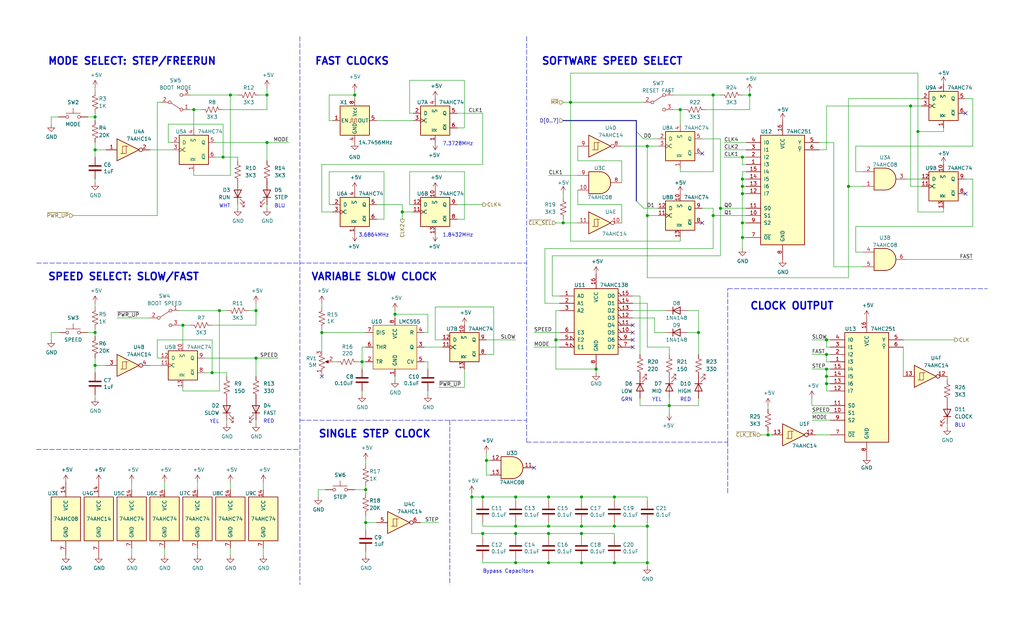
<source format=kicad_sch>
(kicad_sch (version 20211123) (generator eeschema)
  (paper "USLegal")
  (title_block (title "Manual and software selectable clock") (date "2022-10-15") (rev "1.5") (company "Frédéric Segard, aka : Micro Hobbyist") (comment 4 "Special thanks to Adrien Kohlbecker and Paul Fellingham for their clock inspiration."))
  (junction (at 179.07 195.58))
  (junction (at 193.04 118.11))
  (junction (at 33.02 52.07))
  (junction (at 190.5 182.88))
  (junction (at 201.93 185.42))
  (junction (at 247.65 74.93))
  (junction (at 266.7 151.13))
  (junction (at 287.02 118.11))
  (junction (at 111.76 115.57))
  (junction (at 207.01 128.27))
  (junction (at 257.81 64.77))
  (junction (at 195.58 77.47))
  (junction (at 213.36 182.88))
  (junction (at 167.64 172.72))
  (junction (at 163.83 172.72))
  (junction (at 190.5 195.58))
  (junction (at 318.77 45.72))
  (junction (at 179.07 182.88))
  (junction (at 92.71 33.02))
  (junction (at 77.47 54.61))
  (junction (at 92.71 49.53))
  (junction (at 257.81 77.47))
  (junction (at 167.64 185.42))
  (junction (at 137.16 109.22))
  (junction (at 123.19 33.02))
  (junction (at 257.81 67.31))
  (junction (at 294.64 64.77))
  (junction (at 287.02 130.81))
  (junction (at 190.5 172.72))
  (junction (at 287.02 123.19))
  (junction (at 127 170.18))
  (junction (at 287.02 128.27))
  (junction (at 179.07 185.42))
  (junction (at 260.35 33.02))
  (junction (at 88.9 124.46))
  (junction (at 287.02 133.35))
  (junction (at 198.12 35.56))
  (junction (at 316.23 36.83))
  (junction (at 168.91 160.02))
  (junction (at 88.9 107.95))
  (junction (at 257.81 82.55))
  (junction (at 201.93 195.58))
  (junction (at 190.5 185.42))
  (junction (at 33.02 115.57))
  (junction (at 201.93 182.88))
  (junction (at 125.73 125.73))
  (junction (at 224.79 50.8))
  (junction (at 224.79 182.88))
  (junction (at 257.81 54.61))
  (junction (at 242.57 115.57))
  (junction (at 257.81 62.23))
  (junction (at 247.65 33.02))
  (junction (at 236.22 38.1))
  (junction (at 73.66 129.54))
  (junction (at 67.31 38.1))
  (junction (at 224.79 195.58))
  (junction (at 33.02 127))
  (junction (at 179.07 172.72))
  (junction (at 250.19 72.39))
  (junction (at 232.41 140.97))
  (junction (at 127 181.61))
  (junction (at 80.01 33.02))
  (junction (at 76.2 107.95))
  (junction (at 63.5 113.03))
  (junction (at 213.36 195.58))
  (junction (at 201.93 172.72))
  (junction (at 33.02 40.64))
  (junction (at 139.7 73.66))
  (junction (at 213.36 172.72))
  (junction (at 224.79 74.93))
  (no_connect (at 219.71 118.11))
  (no_connect (at 219.71 113.03))
  (no_connect (at 219.71 115.57))
  (no_connect (at 219.71 120.65))
  (no_connect (at 335.28 39.37))
  (no_connect (at 335.28 67.31))
  (no_connect (at 185.42 162.56))
  (no_connect (at 111.76 130.81))
  (no_connect (at 243.84 77.47))
  (no_connect (at 243.84 53.34))
  (bus_entry (at 220.98 69.85) (size 2.54 2.54))
  (bus_entry (at 220.98 45.72) (size 2.54 2.54))
  (wire (pts (xy 33.02 114.3) (xy 33.02 115.57)))
  (wire (pts (xy 111.76 114.3) (xy 111.76 115.57)))
  (wire (pts (xy 130.81 76.2) (xy 133.35 76.2)))
  (wire (pts (xy 170.18 165.1) (xy 168.91 165.1)))
  (wire (pts (xy 335.28 34.29) (xy 337.82 34.29)))
  (wire (pts (xy 68.58 190.5) (xy 68.58 193.04)))
  (wire (pts (xy 215.9 71.12) (xy 200.66 71.12)))
  (wire (pts (xy 33.02 39.37) (xy 33.02 40.64)))
  (wire (pts (xy 213.36 181.61) (xy 213.36 182.88)))
  (wire (pts (xy 215.9 55.88) (xy 200.66 55.88)))
  (wire (pts (xy 58.42 49.53) (xy 59.69 49.53)))
  (wire (pts (xy 190.5 185.42) (xy 179.07 185.42)))
  (wire (pts (xy 130.81 41.91) (xy 143.51 41.91)))
  (wire (pts (xy 33.02 129.54) (xy 33.02 127)))
  (wire (pts (xy 313.69 130.81) (xy 313.69 120.65)))
  (wire (pts (xy 219.71 107.95) (xy 231.14 107.95)))
  (wire (pts (xy 168.91 157.48) (xy 168.91 160.02)))
  (wire (pts (xy 111.76 105.41) (xy 111.76 106.68)))
  (wire (pts (xy 123.19 33.02) (xy 114.3 33.02)))
  (wire (pts (xy 242.57 138.43) (xy 242.57 140.97)))
  (wire (pts (xy 222.25 138.43) (xy 222.25 140.97)))
  (wire (pts (xy 152.4 134.62) (xy 161.29 134.62)))
  (wire (pts (xy 76.2 135.89) (xy 63.5 135.89)))
  (wire (pts (xy 92.71 38.1) (xy 92.71 33.02)))
  (wire (pts (xy 52.07 52.07) (xy 59.69 52.07)))
  (wire (pts (xy 114.3 33.02) (xy 114.3 41.91)))
  (wire (pts (xy 158.75 71.12) (xy 167.64 71.12)))
  (wire (pts (xy 287.02 133.35) (xy 288.29 133.35)))
  (wire (pts (xy 137.16 109.22) (xy 137.16 107.95)))
  (wire (pts (xy 139.7 73.66) (xy 143.51 73.66)))
  (wire (pts (xy 80.01 167.64) (xy 80.01 170.18)))
  (wire (pts (xy 168.91 118.11) (xy 179.07 118.11)))
  (wire (pts (xy 111.76 73.66) (xy 111.76 57.15)))
  (wire (pts (xy 148.59 115.57) (xy 147.32 115.57)))
  (wire (pts (xy 251.46 52.07) (xy 259.08 52.07)))
  (wire (pts (xy 289.56 49.53) (xy 289.56 92.71)))
  (wire (pts (xy 224.79 74.93) (xy 228.6 74.93)))
  (wire (pts (xy 251.46 54.61) (xy 257.81 54.61)))
  (wire (pts (xy 190.5 181.61) (xy 190.5 182.88)))
  (wire (pts (xy 142.24 71.12) (xy 143.51 71.12)))
  (wire (pts (xy 171.45 123.19) (xy 171.45 106.68)))
  (wire (pts (xy 57.15 167.64) (xy 57.15 170.18)))
  (wire (pts (xy 236.22 38.1) (xy 236.22 43.18)))
  (wire (pts (xy 54.61 124.46) (xy 55.88 124.46)))
  (wire (pts (xy 161.29 44.45) (xy 161.29 27.94)))
  (wire (pts (xy 201.93 195.58) (xy 213.36 195.58)))
  (wire (pts (xy 243.84 48.26) (xy 250.19 48.26)))
  (wire (pts (xy 152.4 181.61) (xy 146.05 181.61)))
  (wire (pts (xy 92.71 49.53) (xy 92.71 55.88)))
  (wire (pts (xy 82.55 71.12) (xy 82.55 72.39)))
  (wire (pts (xy 161.29 59.69) (xy 142.24 59.69)))
  (wire (pts (xy 222.25 140.97) (xy 232.41 140.97)))
  (wire (pts (xy 283.21 151.13) (xy 288.29 151.13)))
  (wire (pts (xy 127 170.18) (xy 127 171.45)))
  (wire (pts (xy 257.81 67.31) (xy 257.81 77.47)))
  (wire (pts (xy 179.07 194.31) (xy 179.07 195.58)))
  (wire (pts (xy 142.24 59.69) (xy 142.24 71.12)))
  (polyline (pts (xy 252.73 153.67) (xy 252.73 171.45)))
  (wire (pts (xy 167.64 39.37) (xy 167.64 57.15)))
  (wire (pts (xy 207.01 129.54) (xy 207.01 128.27)))
  (wire (pts (xy 281.94 146.05) (xy 288.29 146.05)))
  (wire (pts (xy 30.48 115.57) (xy 33.02 115.57)))
  (wire (pts (xy 92.71 49.53) (xy 100.33 49.53)))
  (wire (pts (xy 158.75 76.2) (xy 161.29 76.2)))
  (wire (pts (xy 194.31 107.95) (xy 193.04 107.95)))
  (wire (pts (xy 167.64 185.42) (xy 167.64 186.69)))
  (wire (pts (xy 88.9 105.41) (xy 88.9 107.95)))
  (wire (pts (xy 260.35 38.1) (xy 260.35 33.02)))
  (wire (pts (xy 54.61 35.56) (xy 54.61 74.93)))
  (wire (pts (xy 63.5 113.03) (xy 66.04 113.03)))
  (wire (pts (xy 257.81 54.61) (xy 259.08 54.61)))
  (wire (pts (xy 247.65 74.93) (xy 259.08 74.93)))
  (wire (pts (xy 179.07 181.61) (xy 179.07 182.88)))
  (wire (pts (xy 288.29 125.73) (xy 287.02 125.73)))
  (wire (pts (xy 213.36 185.42) (xy 201.93 185.42)))
  (wire (pts (xy 114.3 59.69) (xy 114.3 71.12)))
  (wire (pts (xy 191.77 88.9) (xy 191.77 102.87)))
  (wire (pts (xy 223.52 48.26) (xy 228.6 48.26)))
  (wire (pts (xy 190.5 195.58) (xy 201.93 195.58)))
  (wire (pts (xy 287.02 130.81) (xy 287.02 128.27)))
  (wire (pts (xy 66.04 33.02) (xy 80.01 33.02)))
  (wire (pts (xy 148.59 137.16) (xy 148.59 135.89)))
  (wire (pts (xy 287.02 123.19) (xy 288.29 123.19)))
  (bus (pts (xy 220.98 45.72) (xy 220.98 41.91)))
  (wire (pts (xy 257.81 82.55) (xy 259.08 82.55)))
  (wire (pts (xy 33.02 54.61) (xy 33.02 52.07)))
  (wire (pts (xy 77.47 38.1) (xy 92.71 38.1)))
  (wire (pts (xy 123.19 33.02) (xy 123.19 34.29)))
  (wire (pts (xy 245.11 38.1) (xy 260.35 38.1)))
  (wire (pts (xy 224.79 195.58) (xy 224.79 196.85)))
  (wire (pts (xy 80.01 33.02) (xy 82.55 33.02)))
  (wire (pts (xy 193.04 118.11) (xy 193.04 128.27)))
  (wire (pts (xy 54.61 35.56) (xy 55.88 35.56)))
  (wire (pts (xy 288.29 140.97) (xy 281.94 140.97)))
  (wire (pts (xy 327.66 72.39) (xy 327.66 73.66)))
  (wire (pts (xy 287.02 118.11) (xy 288.29 118.11)))
  (wire (pts (xy 167.64 185.42) (xy 163.83 185.42)))
  (wire (pts (xy 125.73 125.73) (xy 125.73 120.65)))
  (wire (pts (xy 113.03 170.18) (xy 110.49 170.18)))
  (wire (pts (xy 63.5 113.03) (xy 62.23 113.03)))
  (wire (pts (xy 167.64 182.88) (xy 179.07 182.88)))
  (wire (pts (xy 266.7 142.24) (xy 266.7 140.97)))
  (polyline (pts (xy 182.88 12.7) (xy 182.88 153.67)))
  (wire (pts (xy 337.82 78.74) (xy 297.18 78.74)))
  (wire (pts (xy 151.13 118.11) (xy 153.67 118.11)))
  (wire (pts (xy 328.93 130.81) (xy 328.93 132.08)))
  (wire (pts (xy 287.02 133.35) (xy 287.02 130.81)))
  (wire (pts (xy 33.02 49.53) (xy 33.02 52.07)))
  (wire (pts (xy 74.93 49.53) (xy 92.71 49.53)))
  (wire (pts (xy 33.02 62.23) (xy 33.02 63.5)))
  (wire (pts (xy 294.64 64.77) (xy 294.64 96.52)))
  (wire (pts (xy 238.76 107.95) (xy 242.57 107.95)))
  (wire (pts (xy 224.79 74.93) (xy 224.79 96.52)))
  (wire (pts (xy 260.35 31.75) (xy 260.35 33.02)))
  (wire (pts (xy 127 191.77) (xy 127 193.04)))
  (wire (pts (xy 227.33 115.57) (xy 231.14 115.57)))
  (wire (pts (xy 185.42 120.65) (xy 194.31 120.65)))
  (wire (pts (xy 294.64 34.29) (xy 320.04 34.29)))
  (wire (pts (xy 139.7 73.66) (xy 139.7 76.2)))
  (wire (pts (xy 320.04 64.77) (xy 316.23 64.77)))
  (wire (pts (xy 257.81 62.23) (xy 259.08 62.23)))
  (wire (pts (xy 194.31 118.11) (xy 193.04 118.11)))
  (wire (pts (xy 190.5 172.72) (xy 179.07 172.72)))
  (wire (pts (xy 137.16 109.22) (xy 148.59 109.22)))
  (polyline (pts (xy 252.73 153.67) (xy 252.73 100.33)))
  (wire (pts (xy 247.65 59.69) (xy 247.65 33.02)))
  (wire (pts (xy 76.2 107.95) (xy 78.74 107.95)))
  (wire (pts (xy 294.64 64.77) (xy 299.72 64.77)))
  (wire (pts (xy 201.93 173.99) (xy 201.93 172.72)))
  (wire (pts (xy 243.84 72.39) (xy 247.65 72.39)))
  (wire (pts (xy 148.59 125.73) (xy 148.59 128.27)))
  (wire (pts (xy 33.02 40.64) (xy 33.02 41.91)))
  (wire (pts (xy 313.69 118.11) (xy 331.47 118.11)))
  (wire (pts (xy 80.01 60.96) (xy 67.31 60.96)))
  (wire (pts (xy 147.32 125.73) (xy 148.59 125.73)))
  (wire (pts (xy 257.81 64.77) (xy 257.81 67.31)))
  (wire (pts (xy 247.65 74.93) (xy 247.65 86.36)))
  (wire (pts (xy 250.19 72.39) (xy 250.19 88.9)))
  (wire (pts (xy 33.02 115.57) (xy 33.02 116.84)))
  (wire (pts (xy 123.19 170.18) (xy 127 170.18)))
  (wire (pts (xy 111.76 115.57) (xy 111.76 121.92)))
  (wire (pts (xy 73.66 118.11) (xy 54.61 118.11)))
  (wire (pts (xy 161.29 128.27) (xy 161.29 134.62)))
  (polyline (pts (xy 12.7 91.44) (xy 182.88 91.44)))
  (wire (pts (xy 111.76 73.66) (xy 115.57 73.66)))
  (wire (pts (xy 247.65 33.02) (xy 250.19 33.02)))
  (wire (pts (xy 88.9 124.46) (xy 96.52 124.46)))
  (wire (pts (xy 92.71 30.48) (xy 92.71 33.02)))
  (wire (pts (xy 168.91 123.19) (xy 171.45 123.19)))
  (wire (pts (xy 227.33 110.49) (xy 227.33 115.57)))
  (wire (pts (xy 88.9 113.03) (xy 88.9 107.95)))
  (wire (pts (xy 78.74 129.54) (xy 73.66 129.54)))
  (wire (pts (xy 63.5 135.89) (xy 63.5 134.62)))
  (wire (pts (xy 195.58 76.2) (xy 195.58 77.47)))
  (wire (pts (xy 163.83 172.72) (xy 167.64 172.72)))
  (wire (pts (xy 139.7 71.12) (xy 139.7 73.66)))
  (wire (pts (xy 158.75 39.37) (xy 167.64 39.37)))
  (wire (pts (xy 219.71 110.49) (xy 227.33 110.49)))
  (wire (pts (xy 215.9 63.5) (xy 215.9 55.88)))
  (wire (pts (xy 213.36 195.58) (xy 224.79 195.58)))
  (wire (pts (xy 68.58 167.64) (xy 68.58 170.18)))
  (wire (pts (xy 281.94 143.51) (xy 288.29 143.51)))
  (wire (pts (xy 242.57 115.57) (xy 242.57 123.19)))
  (wire (pts (xy 337.82 62.23) (xy 337.82 78.74)))
  (wire (pts (xy 224.79 195.58) (xy 224.79 182.88)))
  (wire (pts (xy 133.35 59.69) (xy 114.3 59.69)))
  (wire (pts (xy 213.36 172.72) (xy 201.93 172.72)))
  (wire (pts (xy 232.41 123.19) (xy 232.41 120.65)))
  (wire (pts (xy 294.64 34.29) (xy 294.64 64.77)))
  (wire (pts (xy 137.16 110.49) (xy 137.16 109.22)))
  (wire (pts (xy 257.81 54.61) (xy 257.81 57.15)))
  (wire (pts (xy 195.58 35.56) (xy 198.12 35.56)))
  (wire (pts (xy 259.08 57.15) (xy 257.81 57.15)))
  (wire (pts (xy 257.81 77.47) (xy 259.08 77.47)))
  (wire (pts (xy 289.56 92.71) (xy 299.72 92.71)))
  (wire (pts (xy 77.47 43.18) (xy 58.42 43.18)))
  (wire (pts (xy 62.23 107.95) (xy 76.2 107.95)))
  (wire (pts (xy 91.44 167.64) (xy 91.44 170.18)))
  (wire (pts (xy 190.5 60.96) (xy 200.66 60.96)))
  (wire (pts (xy 168.91 165.1) (xy 168.91 160.02)))
  (wire (pts (xy 52.07 127) (xy 55.88 127)))
  (wire (pts (xy 232.41 140.97) (xy 232.41 143.51)))
  (wire (pts (xy 127 168.91) (xy 127 170.18)))
  (wire (pts (xy 179.07 185.42) (xy 167.64 185.42)))
  (wire (pts (xy 284.48 49.53) (xy 289.56 49.53)))
  (wire (pts (xy 222.25 123.19) (xy 222.25 102.87)))
  (wire (pts (xy 67.31 60.96) (xy 67.31 59.69)))
  (wire (pts (xy 114.3 71.12) (xy 115.57 71.12)))
  (wire (pts (xy 185.42 115.57) (xy 194.31 115.57)))
  (wire (pts (xy 88.9 147.32) (xy 88.9 146.05)))
  (wire (pts (xy 201.93 194.31) (xy 201.93 195.58)))
  (wire (pts (xy 316.23 36.83) (xy 320.04 36.83)))
  (wire (pts (xy 161.29 27.94) (xy 142.24 27.94)))
  (wire (pts (xy 215.9 50.8) (xy 224.79 50.8)))
  (wire (pts (xy 198.12 35.56) (xy 198.12 83.82)))
  (wire (pts (xy 222.25 102.87) (xy 219.71 102.87)))
  (wire (pts (xy 224.79 120.65) (xy 224.79 105.41)))
  (wire (pts (xy 201.93 185.42) (xy 190.5 185.42)))
  (wire (pts (xy 82.55 55.88) (xy 82.55 54.61)))
  (wire (pts (xy 73.66 113.03) (xy 88.9 113.03)))
  (wire (pts (xy 232.41 120.65) (xy 224.79 120.65)))
  (wire (pts (xy 200.66 55.88) (xy 200.66 50.8)))
  (wire (pts (xy 224.79 50.8) (xy 224.79 74.93)))
  (wire (pts (xy 236.22 58.42) (xy 236.22 59.69)))
  (wire (pts (xy 111.76 115.57) (xy 127 115.57)))
  (wire (pts (xy 224.79 96.52) (xy 294.64 96.52)))
  (wire (pts (xy 190.5 186.69) (xy 190.5 185.42)))
  (wire (pts (xy 193.04 77.47) (xy 195.58 77.47)))
  (wire (pts (xy 251.46 49.53) (xy 259.08 49.53)))
  (wire (pts (xy 115.57 125.73) (xy 116.84 125.73)))
  (wire (pts (xy 328.93 148.59) (xy 328.93 147.32)))
  (wire (pts (xy 236.22 82.55) (xy 236.22 83.82)))
  (wire (pts (xy 190.5 194.31) (xy 190.5 195.58)))
  (wire (pts (xy 167.64 172.72) (xy 167.64 173.99)))
  (wire (pts (xy 45.72 190.5) (xy 45.72 193.04)))
  (wire (pts (xy 92.71 33.02) (xy 90.17 33.02)))
  (wire (pts (xy 189.23 105.41) (xy 194.31 105.41)))
  (wire (pts (xy 45.72 170.18) (xy 45.72 167.64)))
  (wire (pts (xy 297.18 50.8) (xy 297.18 59.69)))
  (wire (pts (xy 125.73 120.65) (xy 127 120.65)))
  (wire (pts (xy 224.79 181.61) (xy 224.79 182.88)))
  (wire (pts (xy 327.66 45.72) (xy 327.66 44.45)))
  (wire (pts (xy 167.64 181.61) (xy 167.64 182.88)))
  (wire (pts (xy 247.65 86.36) (xy 189.23 86.36)))
  (wire (pts (xy 179.07 172.72) (xy 167.64 172.72)))
  (wire (pts (xy 281.94 138.43) (xy 281.94 140.97)))
  (wire (pts (xy 127 125.73) (xy 125.73 125.73)))
  (wire (pts (xy 142.24 27.94) (xy 142.24 39.37)))
  (wire (pts (xy 257.81 82.55) (xy 257.81 86.36)))
  (wire (pts (xy 123.19 31.75) (xy 123.19 33.02)))
  (wire (pts (xy 236.22 83.82) (xy 198.12 83.82)))
  (wire (pts (xy 189.23 86.36) (xy 189.23 105.41)))
  (wire (pts (xy 201.93 186.69) (xy 201.93 185.42)))
  (wire (pts (xy 201.93 181.61) (xy 201.93 182.88)))
  (wire (pts (xy 257.81 77.47) (xy 257.81 82.55)))
  (wire (pts (xy 288.29 135.89) (xy 287.02 135.89)))
  (wire (pts (xy 314.96 62.23) (xy 320.04 62.23)))
  (wire (pts (xy 233.68 33.02) (xy 247.65 33.02)))
  (wire (pts (xy 167.64 194.31) (xy 167.64 195.58)))
  (wire (pts (xy 266.7 151.13) (xy 267.97 151.13)))
  (wire (pts (xy 318.77 45.72) (xy 318.77 25.4)))
  (wire (pts (xy 195.58 67.31) (xy 195.58 68.58)))
  (wire (pts (xy 58.42 43.18) (xy 58.42 49.53)))
  (wire (pts (xy 33.02 52.07) (xy 36.83 52.07)))
  (wire (pts (xy 163.83 185.42) (xy 163.83 172.72)))
  (bus (pts (xy 220.98 69.85) (xy 220.98 45.72)))
  (wire (pts (xy 287.02 52.07) (xy 284.48 52.07)))
  (wire (pts (xy 233.68 38.1) (xy 236.22 38.1)))
  (wire (pts (xy 133.35 76.2) (xy 133.35 59.69)))
  (wire (pts (xy 92.71 72.39) (xy 92.71 71.12)))
  (wire (pts (xy 33.02 30.48) (xy 33.02 31.75)))
  (wire (pts (xy 191.77 102.87) (xy 194.31 102.87)))
  (wire (pts (xy 77.47 43.18) (xy 77.47 54.61)))
  (wire (pts (xy 33.02 105.41) (xy 33.02 106.68)))
  (wire (pts (xy 198.12 25.4) (xy 198.12 35.56)))
  (wire (pts (xy 33.02 124.46) (xy 33.02 127)))
  (wire (pts (xy 223.52 72.39) (xy 228.6 72.39)))
  (wire (pts (xy 337.82 34.29) (xy 337.82 50.8)))
  (wire (pts (xy 80.01 33.02) (xy 80.01 60.96)))
  (wire (pts (xy 213.36 186.69) (xy 213.36 185.42)))
  (bus (pts (xy 195.58 41.91) (xy 220.98 41.91)))
  (wire (pts (xy 207.01 128.27) (xy 193.04 128.27)))
  (wire (pts (xy 316.23 36.83) (xy 316.23 64.77)))
  (wire (pts (xy 257.81 64.77) (xy 259.08 64.77)))
  (wire (pts (xy 287.02 36.83) (xy 287.02 52.07)))
  (wire (pts (xy 264.16 151.13) (xy 266.7 151.13)))
  (wire (pts (xy 200.66 71.12) (xy 200.66 66.04)))
  (wire (pts (xy 236.22 59.69) (xy 247.65 59.69)))
  (wire (pts (xy 257.81 67.31) (xy 259.08 67.31)))
  (wire (pts (xy 318.77 73.66) (xy 318.77 45.72)))
  (wire (pts (xy 20.32 115.57) (xy 17.78 115.57)))
  (wire (pts (xy 232.41 138.43) (xy 232.41 140.97)))
  (polyline (pts (xy 156.21 146.05) (xy 156.21 203.2)))
  (wire (pts (xy 257.81 62.23) (xy 257.81 64.77)))
  (wire (pts (xy 247.65 72.39) (xy 247.65 74.93)))
  (wire (pts (xy 257.81 59.69) (xy 257.81 62.23)))
  (wire (pts (xy 242.57 140.97) (xy 232.41 140.97)))
  (wire (pts (xy 250.19 88.9) (xy 191.77 88.9)))
  (wire (pts (xy 171.45 106.68) (xy 151.13 106.68)))
  (wire (pts (xy 71.12 124.46) (xy 88.9 124.46)))
  (polyline (pts (xy 252.73 100.33) (xy 342.9 100.33)))
  (wire (pts (xy 288.29 120.65) (xy 287.02 120.65)))
  (wire (pts (xy 82.55 54.61) (xy 77.47 54.61)))
  (wire (pts (xy 337.82 50.8) (xy 297.18 50.8)))
  (wire (pts (xy 111.76 57.15) (xy 167.64 57.15)))
  (wire (pts (xy 78.74 146.05) (xy 78.74 147.32)))
  (wire (pts (xy 127 181.61) (xy 130.81 181.61)))
  (wire (pts (xy 67.31 38.1) (xy 66.04 38.1)))
  (wire (pts (xy 20.32 40.64) (xy 17.78 40.64)))
  (wire (pts (xy 213.36 182.88) (xy 224.79 182.88)))
  (wire (pts (xy 63.5 119.38) (xy 63.5 113.03)))
  (wire (pts (xy 127 160.02) (xy 127 161.29)))
  (wire (pts (xy 297.18 87.63) (xy 299.72 87.63)))
  (wire (pts (xy 266.7 151.13) (xy 266.7 149.86)))
  (wire (pts (xy 110.49 170.18) (xy 110.49 172.72)))
  (wire (pts (xy 168.91 160.02) (xy 170.18 160.02)))
  (wire (pts (xy 88.9 107.95) (xy 86.36 107.95)))
  (wire (pts (xy 179.07 195.58) (xy 190.5 195.58)))
  (wire (pts (xy 287.02 36.83) (xy 316.23 36.83)))
  (wire (pts (xy 224.79 105.41) (xy 219.71 105.41)))
  (wire (pts (xy 223.52 35.56) (xy 198.12 35.56)))
  (wire (pts (xy 213.36 194.31) (xy 213.36 195.58)))
  (wire (pts (xy 179.07 186.69) (xy 179.07 185.42)))
  (wire (pts (xy 127 184.15) (xy 127 181.61)))
  (wire (pts (xy 287.02 130.81) (xy 288.29 130.81)))
  (wire (pts (xy 33.02 137.16) (xy 33.02 138.43)))
  (wire (pts (xy 238.76 115.57) (xy 242.57 115.57)))
  (wire (pts (xy 190.5 182.88) (xy 201.93 182.88)))
  (wire (pts (xy 179.07 182.88) (xy 190.5 182.88)))
  (wire (pts (xy 125.73 128.27) (xy 125.73 125.73)))
  (wire (pts (xy 163.83 171.45) (xy 163.83 172.72)))
  (wire (pts (xy 236.22 38.1) (xy 237.49 38.1)))
  (polyline (pts (xy 12.7 156.21) (xy 104.14 156.21)))
  (wire (pts (xy 147.32 120.65) (xy 153.67 120.65)))
  (wire (pts (xy 287.02 120.65) (xy 287.02 118.11)))
  (wire (pts (xy 242.57 107.95) (xy 242.57 115.57)))
  (wire (pts (xy 287.02 128.27) (xy 281.94 128.27)))
  (wire (pts (xy 297.18 59.69) (xy 299.72 59.69)))
  (wire (pts (xy 259.08 59.69) (xy 257.81 59.69)))
  (wire (pts (xy 54.61 74.93) (xy 25.4 74.93)))
  (wire (pts (xy 287.02 128.27) (xy 288.29 128.27)))
  (wire (pts (xy 80.01 190.5) (xy 80.01 193.04)))
  (wire (pts (xy 287.02 118.11) (xy 281.94 118.11)))
  (wire (pts (xy 287.02 123.19) (xy 287.02 125.73)))
  (wire (pts (xy 78.74 130.81) (xy 78.74 129.54)))
  (wire (pts (xy 142.24 39.37) (xy 143.51 39.37)))
  (wire (pts (xy 33.02 127) (xy 36.83 127)))
  (wire (pts (xy 40.64 110.49) (xy 52.07 110.49)))
  (wire (pts (xy 17.78 40.64) (xy 17.78 43.18)))
  (wire (pts (xy 281.94 123.19) (xy 287.02 123.19)))
  (wire (pts (xy 335.28 62.23) (xy 337.82 62.23)))
  (wire (pts (xy 250.19 48.26) (xy 250.19 72.39)))
  (wire (pts (xy 201.93 172.72) (xy 190.5 172.72)))
  (wire (pts (xy 161.29 76.2) (xy 161.29 59.69)))
  (polyline (pts (xy 182.88 153.67) (xy 252.73 153.67)))
  (wire (pts (xy 17.78 115.57) (xy 17.78 118.11)))
  (wire (pts (xy 250.19 72.39) (xy 259.08 72.39)))
  (wire (pts (xy 327.66 73.66) (xy 318.77 73.66)))
  (wire (pts (xy 190.5 173.99) (xy 190.5 172.72)))
  (wire (pts (xy 114.3 41.91) (xy 115.57 41.91)))
  (wire (pts (xy 77.47 54.61) (xy 74.93 54.61)))
  (wire (pts (xy 57.15 190.5) (xy 57.15 193.04)))
  (wire (pts (xy 318.77 45.72) (xy 327.66 45.72)))
  (wire (pts (xy 314.96 90.17) (xy 337.82 90.17)))
  (wire (pts (xy 224.79 172.72) (xy 213.36 172.72)))
  (wire (pts (xy 91.44 190.5) (xy 91.44 193.04)))
  (wire (pts (xy 148.59 109.22) (xy 148.59 115.57)))
  (wire (pts (xy 30.48 40.64) (xy 33.02 40.64)))
  (wire (pts (xy 76.2 107.95) (xy 76.2 135.89)))
  (wire (pts (xy 260.35 33.02) (xy 257.81 33.02)))
  (wire (pts (xy 213.36 173.99) (xy 213.36 172.72)))
  (wire (pts (xy 73.66 129.54) (xy 71.12 129.54)))
  (wire (pts (xy 193.04 107.95) (xy 193.04 118.11)))
  (wire (pts (xy 54.61 118.11) (xy 54.61 124.46)))
  (wire (pts (xy 125.73 137.16) (xy 125.73 135.89)))
  (polyline (pts (xy 104.14 12.7) (xy 104.14 203.2)))
  (wire (pts (xy 201.93 182.88) (xy 213.36 182.88)))
  (wire (pts (xy 151.13 106.68) (xy 151.13 118.11)))
  (wire (pts (xy 137.16 132.08) (xy 137.16 130.81)))
  (wire (pts (xy 88.9 124.46) (xy 88.9 130.81)))
  (wire (pts (xy 158.75 44.45) (xy 161.29 44.45)))
  (wire (pts (xy 130.81 71.12) (xy 139.7 71.12)))
  (wire (pts (xy 224.79 173.99) (xy 224.79 172.72)))
  (wire (pts (xy 297.18 78.74) (xy 297.18 87.63)))
  (wire (pts (xy 195.58 77.47) (xy 200.66 77.47)))
  (polyline (pts (xy 104.14 146.05) (xy 182.88 146.05)))
  (wire (pts (xy 111.76 129.54) (xy 111.76 130.81)))
  (wire (pts (xy 67.31 44.45) (xy 67.31 38.1)))
  (wire (pts (xy 215.9 77.47) (xy 215.9 71.12)))
  (wire (pts (xy 125.73 125.73) (xy 124.46 125.73)))
  (wire (pts (xy 179.07 173.99) (xy 179.07 172.72)))
  (wire (pts (xy 67.31 38.1) (xy 69.85 38.1)))
  (wire (pts (xy 224.79 50.8) (xy 228.6 50.8)))
  (wire (pts (xy 167.64 195.58) (xy 179.07 195.58)))
  (wire (pts (xy 127 179.07) (xy 127 181.61)))
  (wire (pts (xy 318.77 25.4) (xy 198.12 25.4)))
  (wire (pts (xy 73.66 118.11) (xy 73.66 129.54)))
  (wire (pts (xy 287.02 135.89) (xy 287.02 133.35)))
  (text "3.6864MHz" (at 124.46 82.55 0) (effects (font (size 1.27 1.27)) (justify left bottom)))
  (text "VARIABLE SLOW CLOCK" (at 107.95 97.79 0) (effects (font (size 2.54 2.54) (thickness 0.508) bold) (justify left bottom)))
  (text "YEL" (at 76.2 147.32 180) (effects (font (size 1.27 1.27)) (justify right bottom)))
  (text "SPEED SELECT: SLOW/FAST" (at 16.51 97.79 0) (effects (font (size 2.54 2.54) (thickness 0.508) bold) (justify left bottom)))
  (text "Bypass Capacitors" (at 167.64 199.39 0) (effects (font (size 1.27 1.27)) (justify left bottom)))
  (text "MODE SELECT: STEP/FREERUN" (at 16.51 22.86 0) (effects (font (size 2.54 2.54) (thickness 0.508) bold) (justify left bottom)))
  (text "FAST CLOCKS" (at 109.22 22.86 0) (effects (font (size 2.54 2.54) (thickness 0.508) bold) (justify left bottom)))
  (text "SOFTWARE SPEED SELECT" (at 187.96 22.86 0) (effects (font (size 2.54 2.54) (thickness 0.508) bold) (justify left bottom)))
  (text "CLOCK OUTPUT" (at 260.35 107.95 0) (effects (font (size 2.54 2.54) (thickness 0.508) bold) (justify left bottom)))
  (text "RED" (at 91.4145 147.2445 0) (effects (font (size 1.27 1.27)) (justify left bottom)))
  (text "GRN" (at 219.71 139.7 180) (effects (font (size 1.27 1.27)) (justify right bottom)))
  (text "BLU" (at 331.47 148.59 0) (effects (font (size 1.27 1.27)) (justify left bottom)))
  (text "1.8432MHz" (at 153.67 82.55 0) (effects (font (size 1.27 1.27)) (justify left bottom)))
  (text "BLU" (at 95.25 72.39 0) (effects (font (size 1.27 1.27)) (justify left bottom)))
  (text "WHT" (at 80.01 72.39 180) (effects (font (size 1.27 1.27)) (justify right bottom)))
  (text "7.3728MHz" (at 153.67 50.8 0) (effects (font (size 1.27 1.27)) (justify left bottom)))
  (text "YEL" (at 229.87 139.7 180) (effects (font (size 1.27 1.27)) (justify right bottom)))
  (text "RED" (at 240.03 139.7 180) (effects (font (size 1.27 1.27)) (justify right bottom)))
  (text "SINGLE STEP CLOCK" (at 110.49 152.4 0) (effects (font (size 2.54 2.54) (thickness 0.508) bold) (justify left bottom)))
  (label "STEP" (at 152.4 181.61 180))
  (label "Q1" (at 251.46 74.93 0))
  (label "MODE" (at 281.94 146.05 0))
  (label "CLK1" (at 167.64 39.37 180))
  (label "D1" (at 227.33 72.39 180))
  (label "CLK4" (at 251.46 49.53 0))
  (label "FAST" (at 337.82 90.17 180))
  (label "SLOW" (at 281.94 118.11 0))
  (label "MODE" (at 185.42 120.65 0))
  (label "MODE" (at 100.33 49.53 180))
  (label "D0" (at 223.52 48.26 0))
  (label "SPEED" (at 185.42 115.57 0))
  (label "FAST" (at 281.94 123.19 0))
  (label "Q0" (at 251.46 72.39 0))
  (label "SPEED" (at 281.94 143.51 0))
  (label "STEP" (at 281.94 128.27 0))
  (label "~{PWR_UP}" (at 152.4 134.62 0))
  (label "CLK1" (at 190.5 60.96 0))
  (label "CLK1" (at 251.46 54.61 0))
  (label "~{PWR_UP}" (at 40.64 110.49 0))
  (label "SPEED" (at 96.52 124.46 180))
  (label "CLK2" (at 251.46 52.07 0))
  (label "SLOW" (at 179.07 118.11 180))
  (hierarchical_label "~{CLK_EN}" (shape input) (at 264.16 151.13 180))
  (hierarchical_label "CLK2" (shape output) (at 139.7 76.2 270))
  (hierarchical_label "CLK" (shape output) (at 331.47 118.11 0))
  (hierarchical_label "CLK4" (shape output) (at 167.64 71.12 0))
  (hierarchical_label "~{PWR_UP}" (shape input) (at 25.4 74.93 180))
  (hierarchical_label "D[0..7]" (shape input) (at 195.58 41.91 180))
  (hierarchical_label "~{MR}" (shape input) (at 195.58 35.56 180))
  (hierarchical_label "~{CLK_SEL}" (shape input) (at 193.04 77.47 180))
  (symbol (lib_id "Device:R_US") (at 111.76 110.49 0) (mirror y) (unit 1)
    (property "Reference" "R15" (at 113.4872 109.3216 0) (effects (justify right)))
    (property "Value" "1K" (at 113.4872 111.633 0) (effects (justify right)))
    (property "Footprint" "Resistor_THT:R_Axial_DIN0207_L6.3mm_D2.5mm_P10.16mm_Horizontal" (effects hide))
  )
  (symbol (lib_id "power:+5V") (at 111.76 105.41 0) (unit 1)
    (property "Reference" "#PWR039" (effects hide))
    (property "Value" "+5V" (at 112.141 101.0158 0))
  )
  (symbol (lib_id "power:+5V") (at 137.16 107.95 0) (unit 1)
    (property "Reference" "#PWR047" (effects hide))
    (property "Value" "+5V" (at 137.541 103.5558 0))
  )
  (symbol (lib_id "power:GND") (at 137.16 132.08 0) (unit 1)
    (property "Reference" "#PWR048" (effects hide))
    (property "Value" "GND" (at 137.287 136.4742 0))
  )
  (symbol (lib_id "74xx:74HC74") (at 161.29 120.65 0) (unit 2)
    (property "Reference" "U7" (at 154.94 114.3 0) (effects (justify left)))
    (property "Value" "74AHC74" (at 162.56 114.3 0) (effects (justify left)))
    (property "Footprint" "Package_DIP:DIP-14_W7.62mm_Socket" (effects hide))
    (property "Datasheet" "74xx/74hc_hct74.pdf" (effects hide))
  )
  (symbol (lib_id "power:+5V") (at 161.29 113.03 0) (unit 1)
    (property "Reference" "#PWR054" (effects hide))
    (property "Value" "+5V" (at 161.671 108.6358 0))
  )
  (symbol (lib_id "74xx:74HC74") (at 45.72 180.34 0) (unit 3)
    (property "Reference" "U5" (at 39.37 171.45 0) (effects (justify left)))
    (property "Value" "74AHC74" (at 45.72 180.34 0))
    (property "Footprint" "Package_DIP:DIP-14_W7.62mm_Socket" (effects hide))
    (property "Datasheet" "74xx/74hc_hct74.pdf" (effects hide))
  )
  (symbol (lib_id "power:+5V") (at 45.72 167.64 0) (unit 1)
    (property "Reference" "#PWR022" (effects hide))
    (property "Value" "+5V" (at 46.101 163.2458 0))
  )
  (symbol (lib_id "power:GND") (at 45.72 193.04 0) (unit 1)
    (property "Reference" "#PWR023" (effects hide))
    (property "Value" "GND" (at 45.847 197.4342 0))
  )
  (symbol (lib_id "Device:C") (at 148.59 132.08 0) (mirror y) (unit 1)
    (property "Reference" "C10" (at 145.669 130.9116 0) (effects (justify left)))
    (property "Value" "0.1uF" (at 145.669 133.223 0) (effects (justify left)))
    (property "Footprint" "Capacitor_THT:C_Disc_D3.0mm_W1.6mm_P2.50mm" (effects hide))
  )
  (symbol (lib_id "Device:R_US") (at 120.65 125.73 90) (mirror x) (unit 1)
    (property "Reference" "R16" (at 120.65 120.523 90))
    (property "Value" "220" (at 120.65 122.8344 90))
    (property "Footprint" "Resistor_THT:R_Axial_DIN0207_L6.3mm_D2.5mm_P10.16mm_Horizontal" (effects hide))
  )
  (symbol (lib_id "0_Z80_Library:LMC555") (at 137.16 111.76 0) (unit 1)
    (property "Reference" "U10" (at 130.81 111.76 0))
    (property "Value" "LMC555" (at 142.24 111.76 0))
    (property "Footprint" "Package_DIP:DIP-8_W7.62mm_Socket" (effects hide))
  )
  (symbol (lib_id "power:GND") (at 125.73 137.16 0) (unit 1)
    (property "Reference" "#PWR044" (effects hide))
    (property "Value" "GND" (at 125.857 141.5542 0))
  )
  (symbol (lib_id "power:GND") (at 148.59 137.16 0) (unit 1)
    (property "Reference" "#PWR049" (effects hide))
    (property "Value" "GND" (at 148.717 141.5542 0))
  )
  (symbol (lib_id "Device:R_Potentiometer_US") (at 111.76 125.73 0) (mirror x) (unit 1)
    (property "Reference" "RV1" (at 110.0328 124.5616 0) (effects (justify right)))
    (property "Value" "5M" (at 110.0328 126.873 0) (effects (justify right)))
    (property "Footprint" "Potentiometer_THT:Potentiometer_Bourns_3006P_Horizontal" (effects hide))
  )
  (symbol (lib_id "Device:C") (at 125.73 132.08 0) (mirror y) (unit 1)
    (property "Reference" "C8" (at 122.809 130.9116 0) (effects (justify left)))
    (property "Value" "0.10uF" (at 122.809 133.223 0) (effects (justify left)))
    (property "Footprint" "Capacitor_THT:C_Disc_D3.0mm_W1.6mm_P2.50mm" (effects hide))
  )
  (symbol (lib_id "Device:C") (at 179.07 190.5 0) (unit 1)
    (property "Reference" "C14" (at 181.991 189.3316 0) (effects (justify left)))
    (property "Value" "0.1uF" (at 181.991 191.643 0) (effects (justify left)))
    (property "Footprint" "Capacitor_THT:C_Disc_D3.0mm_W1.6mm_P2.50mm" (effects hide))
  )
  (symbol (lib_id "power:+5V") (at 80.01 167.64 0) (unit 1)
    (property "Reference" "#PWR029" (effects hide))
    (property "Value" "+5V" (at 80.391 163.2458 0))
  )
  (symbol (lib_id "power:+5V") (at 33.02 105.41 0) (unit 1)
    (property "Reference" "#PWR018" (effects hide))
    (property "Value" "+5V" (at 33.401 101.0158 0))
  )
  (symbol (lib_id "power:+5V") (at 151.13 34.29 0) (unit 1)
    (property "Reference" "#PWR050" (effects hide))
    (property "Value" "+5V" (at 151.511 29.8958 0))
  )
  (symbol (lib_id "power:+5V") (at 151.13 81.28 180) (unit 1)
    (property "Reference" "#PWR053" (effects hide))
    (property "Value" "+5V" (at 150.749 85.6742 0))
  )
  (symbol (lib_id "74xx:74LS08") (at 208.28 63.5 0) (unit 3)
    (property "Reference" "U3" (at 208.28 58.42 0))
    (property "Value" "74AHC08" (at 208.28 68.58 0))
    (property "Footprint" "Package_DIP:DIP-14_W7.62mm_Socket" (effects hide))
    (property "Datasheet" "http://www.ti.com/lit/gpn/sn74LS08" (effects hide))
  )
  (symbol (lib_id "Device:R_US") (at 33.02 120.65 0) (mirror x) (unit 1)
    (property "Reference" "R6" (at 34.29 119.38 0) (effects (justify left)))
    (property "Value" "20K" (at 34.29 121.92 0) (effects (justify left)))
    (property "Footprint" "Resistor_THT:R_Axial_DIN0207_L6.3mm_D2.5mm_P10.16mm_Horizontal" (effects hide))
  )
  (symbol (lib_id "power:GND") (at 33.02 63.5 0) (unit 1)
    (property "Reference" "#PWR017" (effects hide))
    (property "Value" "GND" (at 33.147 67.8942 0))
  )
  (symbol (lib_id "74xx:74LS74") (at 80.01 180.34 0) (unit 3)
    (property "Reference" "U8" (at 73.66 171.45 0) (effects (justify left)))
    (property "Value" "74AHC74" (at 80.01 180.34 0))
    (property "Footprint" "Package_DIP:DIP-14_W7.62mm_Socket" (effects hide))
    (property "Datasheet" "74xx/74hc_hct74.pdf" (effects hide))
  )
  (symbol (lib_id "74xx:74LS08") (at 307.34 90.17 0) (unit 2)
    (property "Reference" "U3" (at 307.34 82.6602 0))
    (property "Value" "74AHC08" (at 307.34 85.1971 0))
    (property "Footprint" "Package_DIP:DIP-14_W7.62mm_Socket" (effects hide))
    (property "Datasheet" "http://www.ti.com/lit/gpn/sn74LS08" (effects hide))
  )
  (symbol (lib_id "power:GND") (at 57.15 193.04 0) (unit 1)
    (property "Reference" "#PWR025" (effects hide))
    (property "Value" "GND" (at 57.277 197.4342 0))
  )
  (symbol (lib_id "Device:R_US") (at 82.55 59.69 0) (unit 1)
    (property "Reference" "R10" (at 85.09 58.42 0) (effects (justify left)))
    (property "Value" "3K3" (at 85.09 60.96 0) (effects (justify left)))
    (property "Footprint" "Resistor_THT:R_Axial_DIN0207_L6.3mm_D2.5mm_P10.16mm_Horizontal" (effects hide))
  )
  (symbol (lib_id "Device:R_US") (at 232.41 127 0) (unit 1)
    (property "Reference" "R21" (at 234.95 125.73 0) (effects (justify left)))
    (property "Value" "150" (at 234.95 128.27 0) (effects (justify left)))
    (property "Footprint" "Resistor_THT:R_Axial_DIN0207_L6.3mm_D2.5mm_P10.16mm_Horizontal" (effects hide))
  )
  (symbol (lib_id "Device:R_US") (at 92.71 59.69 0) (unit 1)
    (property "Reference" "R14" (at 95.25 58.42 0) (effects (justify left)))
    (property "Value" "3K3" (at 95.25 60.96 0) (effects (justify left)))
    (property "Footprint" "Resistor_THT:R_Axial_DIN0207_L6.3mm_D2.5mm_P10.16mm_Horizontal" (effects hide))
  )
  (symbol (lib_id "74xx:74LS251") (at 271.78 64.77 0) (unit 1)
    (property "Reference" "U12" (at 264.16 45.72 0) (effects (justify left)))
    (property "Value" "74HC251" (at 273.05 45.72 0) (effects (justify left)))
    (property "Footprint" "Package_DIP:DIP-16_W7.62mm_Socket" (effects hide))
    (property "Datasheet" "http://www.ti.com/lit/gpn/sn74LS251" (effects hide))
  )
  (symbol (lib_id "power:GND") (at 328.93 148.59 0) (unit 1)
    (property "Reference" "#PWR073" (effects hide))
    (property "Value" "GND" (at 329.057 152.9842 0))
  )
  (symbol (lib_id "power:+5V") (at 232.41 143.51 180) (unit 1)
    (property "Reference" "#PWR061" (effects hide))
    (property "Value" "+5V" (at 232.029 147.9042 0))
  )
  (symbol (lib_id "power:GND") (at 80.01 193.04 0) (unit 1)
    (property "Reference" "#PWR030" (effects hide))
    (property "Value" "GND" (at 80.137 197.4342 0))
  )
  (symbol (lib_id "74xx:74HC14") (at 208.28 77.47 0) (unit 5)
    (property "Reference" "U4" (at 212.09 73.66 0))
    (property "Value" "74AHC14" (at 213.36 81.28 0))
    (property "Footprint" "Package_DIP:DIP-14_W7.62mm_Socket" (effects hide))
    (property "Datasheet" "http://www.ti.com/lit/gpn/sn74HC14" (effects hide))
  )
  (symbol (lib_id "power:GND") (at 34.29 193.04 0) (unit 1)
    (property "Reference" "#PWR021" (effects hide))
    (property "Value" "GND" (at 34.417 197.4342 0))
  )
  (symbol (lib_id "power:+5V") (at 33.02 30.48 0) (unit 1)
    (property "Reference" "#PWR016" (effects hide))
    (property "Value" "+5V" (at 33.401 26.0858 0))
  )
  (symbol (lib_id "Device:R_US") (at 33.02 35.56 0) (mirror y) (unit 1)
    (property "Reference" "R3" (at 34.29 34.29 0) (effects (justify right)))
    (property "Value" "1K" (at 34.29 36.83 0) (effects (justify right)))
    (property "Footprint" "Resistor_THT:R_Axial_DIN0207_L6.3mm_D2.5mm_P10.16mm_Horizontal" (effects hide))
  )
  (symbol (lib_id "74xx:74HC14") (at 208.28 50.8 0) (unit 4)
    (property "Reference" "U4" (at 212.09 44.45 0))
    (property "Value" "74AHC14" (at 212.09 46.99 0))
    (property "Footprint" "Package_DIP:DIP-14_W7.62mm_Socket" (effects hide))
    (property "Datasheet" "http://www.ti.com/lit/gpn/sn74HC14" (effects hide))
  )
  (symbol (lib_id "power:GND") (at 110.49 172.72 0) (unit 1)
    (property "Reference" "#PWR038" (effects hide))
    (property "Value" "GND" (at 110.617 177.1142 0))
  )
  (symbol (lib_id "Device:R_US") (at 242.57 127 0) (unit 1)
    (property "Reference" "R23" (at 245.11 125.73 0) (effects (justify left)))
    (property "Value" "330" (at 245.11 128.27 0) (effects (justify left)))
    (property "Footprint" "Resistor_THT:R_Axial_DIN0207_L6.3mm_D2.5mm_P10.16mm_Horizontal" (effects hide))
  )
  (symbol (lib_id "74xx:74LS74") (at 236.22 50.8 0) (unit 1)
    (property "Reference" "U8" (at 229.87 44.45 0) (effects (justify left)))
    (property "Value" "74AHC74" (at 237.49 44.45 0) (effects (justify left)))
    (property "Footprint" "Package_DIP:DIP-14_W7.62mm_Socket" (effects hide))
    (property "Datasheet" "74xx/74hc_hct74.pdf" (effects hide))
  )
  (symbol (lib_id "Device:C") (at 201.93 177.8 0) (unit 1)
    (property "Reference" "C17" (at 204.851 176.6316 0) (effects (justify left)))
    (property "Value" "0.1uF" (at 204.851 178.943 0) (effects (justify left)))
    (property "Footprint" "Capacitor_THT:C_Disc_D3.0mm_W1.6mm_P2.50mm" (effects hide))
  )
  (symbol (lib_id "Oscillator:CXO_DIP8") (at 123.19 41.91 0) (unit 1)
    (property "Reference" "X1" (at 119.38 35.56 0))
    (property "Value" "14.7456MHz" (at 124.46 49.53 0) (effects (justify left)))
    (property "Footprint" "Oscillator:Oscillator_DIP-8" (effects hide))
    (property "Datasheet" "http://cdn-reichelt.de/documents/datenblatt/B400/OSZI.pdf" (effects hide))
  )
  (symbol (lib_id "Switch:SW_SPDT") (at 57.15 110.49 0) (unit 1)
    (property "Reference" "SW4" (at 57.15 102.87 0))
    (property "Value" "BOOT SPEED" (at 57.15 105.41 0))
    (property "Footprint" "0_Z80_Library:Microswitch_2.54mm_spacing" (effects hide))
  )
  (symbol (lib_id "power:+5V") (at 271.78 41.91 0) (unit 1)
    (property "Reference" "#PWR066" (effects hide))
    (property "Value" "+5V" (at 271.78 38.1 0))
  )
  (symbol (lib_id "Device:LED") (at 328.93 143.51 270) (mirror x) (unit 1)
    (property "Reference" "D11" (at 331.47 142.24 90) (effects (justify left)))
    (property "Value" "CLOCK" (at 331.47 144.78 90) (effects (justify left)))
    (property "Footprint" "LED_THT:LED_D3.0mm" (effects hide))
  )
  (symbol (lib_id "Device:R_US") (at 82.55 107.95 90) (mirror x) (unit 1)
    (property "Reference" "R11" (at 82.55 105.41 90))
    (property "Value" "3K3" (at 82.55 110.49 90))
    (property "Footprint" "Resistor_THT:R_Axial_DIN0207_L6.3mm_D2.5mm_P10.16mm_Horizontal" (effects hide))
  )
  (symbol (lib_id "power:+5V") (at 123.19 66.04 0) (unit 1)
    (property "Reference" "#PWR042" (effects hide))
    (property "Value" "+5V" (at 123.571 61.6458 0))
  )
  (symbol (lib_id "Diode:1N4148") (at 234.95 115.57 0) (unit 1)
    (property "Reference" "D9" (at 234.95 113.03 0))
    (property "Value" "1N4148" (at 234.95 118.11 0))
    (property "Footprint" "Diode_THT:D_DO-35_SOD27_P7.62mm_Horizontal" (effects hide))
    (property "Datasheet" "https://assets.nexperia.com/documents/data-sheet/1N4148_1N4448.pdf" (effects hide))
  )
  (symbol (lib_id "power:+5V") (at 151.13 49.53 180) (unit 1)
    (property "Reference" "#PWR051" (effects hide))
    (property "Value" "+5V" (at 150.749 53.9242 0))
  )
  (symbol (lib_id "Switch:SW_Push") (at 25.4 40.64 0) (mirror y) (unit 1)
    (property "Reference" "SW2" (at 25.4 35.56 0))
    (property "Value" "MODE" (at 25.4 43.18 0))
    (property "Footprint" "Button_Switch_THT:SW_Tactile_SPST_Angled_PTS645Vx58-2LFS" (effects hide))
  )
  (symbol (lib_id "74xx:74HC74") (at 68.58 180.34 0) (unit 3)
    (property "Reference" "U7" (at 62.23 171.45 0) (effects (justify left)))
    (property "Value" "74AHC74" (at 68.58 180.34 0))
    (property "Footprint" "Package_DIP:DIP-14_W7.62mm_Socket" (effects hide))
    (property "Datasheet" "74xx/74hc_hct74.pdf" (effects hide))
  )
  (symbol (lib_id "power:GND") (at 68.58 193.04 0) (unit 1)
    (property "Reference" "#PWR027" (effects hide))
    (property "Value" "GND" (at 68.707 197.4342 0))
  )
  (symbol (lib_id "power:+5V") (at 91.44 167.64 0) (unit 1)
    (property "Reference" "#PWR034" (effects hide))
    (property "Value" "+5V" (at 91.821 163.2458 0))
  )
  (symbol (lib_id "power:GND") (at 22.86 193.04 0) (unit 1)
    (property "Reference" "#PWR015" (effects hide))
    (property "Value" "GND" (at 22.987 197.4342 0))
  )
  (symbol (lib_id "Device:LED") (at 232.41 134.62 90) (mirror x) (unit 1)
    (property "Reference" "D7" (at 229.87 133.35 90) (effects (justify left)))
    (property "Value" "MID" (at 229.87 135.89 90) (effects (justify left)))
    (property "Footprint" "LED_THT:LED_D3.0mm" (effects hide))
  )
  (symbol (lib_id "Device:R_US") (at 33.02 45.72 0) (mirror x) (unit 1)
    (property "Reference" "R4" (at 34.29 44.45 0) (effects (justify left)))
    (property "Value" "20K" (at 34.29 46.99 0) (effects (justify left)))
    (property "Footprint" "Resistor_THT:R_Axial_DIN0207_L6.3mm_D2.5mm_P10.16mm_Horizontal" (effects hide))
  )
  (symbol (lib_id "power:+5V") (at 168.91 157.48 0) (unit 1)
    (property "Reference" "#PWR056" (effects hide))
    (property "Value" "+5V" (at 169.291 153.0858 0))
  )
  (symbol (lib_id "power:GND") (at 91.44 193.04 0) (unit 1)
    (property "Reference" "#PWR035" (effects hide))
    (property "Value" "GND" (at 91.567 197.4342 0))
  )
  (symbol (lib_id "74xx:74LS08") (at 22.86 180.34 0) (unit 5)
    (property "Reference" "U3" (at 16.51 171.45 0) (effects (justify left)))
    (property "Value" "74AHC08" (at 22.86 180.34 0))
    (property "Footprint" "Package_DIP:DIP-14_W7.62mm_Socket" (effects hide))
    (property "Datasheet" "http://www.ti.com/lit/gpn/sn74LS08" (effects hide))
  )
  (symbol (lib_id "Device:C") (at 224.79 177.8 0) (unit 1)
    (property "Reference" "C21" (at 227.711 176.6316 0) (effects (justify left)))
    (property "Value" "0.1uF" (at 227.711 178.943 0) (effects (justify left)))
    (property "Footprint" "Capacitor_THT:C_Disc_D3.0mm_W1.6mm_P2.50mm" (effects hide))
  )
  (symbol (lib_id "power:+5V") (at 57.15 167.64 0) (unit 1)
    (property "Reference" "#PWR024" (effects hide))
    (property "Value" "+5V" (at 57.531 163.2458 0))
  )
  (symbol (lib_id "Device:R_US") (at 127 175.26 0) (mirror x) (unit 1)
    (property "Reference" "R18" (at 128.27 173.99 0) (effects (justify left)))
    (property "Value" "20K" (at 128.27 176.53 0) (effects (justify left)))
    (property "Footprint" "Resistor_THT:R_Axial_DIN0207_L6.3mm_D2.5mm_P10.16mm_Horizontal" (effects hide))
  )
  (symbol (lib_id "power:+5V") (at 34.29 167.64 0) (unit 1)
    (property "Reference" "#PWR020" (effects hide))
    (property "Value" "+5V" (at 34.671 163.2458 0))
  )
  (symbol (lib_id "power:+5V") (at 260.35 31.75 0) (unit 1)
    (property "Reference" "#PWR064" (effects hide))
    (property "Value" "+5V" (at 260.731 27.3558 0))
  )
  (symbol (lib_id "power:+5V") (at 236.22 67.31 0) (unit 1)
    (property "Reference" "#PWR062" (effects hide))
    (property "Value" "+5V" (at 236.22 63.5 0))
  )
  (symbol (lib_id "power:GND") (at 127 193.04 0) (unit 1)
    (property "Reference" "#PWR046" (effects hide))
    (property "Value" "GND" (at 127.127 197.4342 0))
  )
  (symbol (lib_id "74xx:74HC14") (at 275.59 151.13 0) (unit 6)
    (property "Reference" "U1" (at 279.4 147.32 0))
    (property "Value" "74AHC14" (at 279.4 154.94 0))
    (property "Footprint" "Package_DIP:DIP-14_W7.62mm_Socket" (effects hide))
    (property "Datasheet" "https://www.ti.com/lit/ds/symlink/sn74ahc14.pdf" (effects hide))
  )
  (symbol (lib_id "Device:C") (at 190.5 190.5 0) (unit 1)
    (property "Reference" "C16" (at 193.421 189.3316 0) (effects (justify left)))
    (property "Value" "0.1uF" (at 193.421 191.643 0) (effects (justify left)))
    (property "Footprint" "Capacitor_THT:C_Disc_D3.0mm_W1.6mm_P2.50mm" (effects hide))
  )
  (symbol (lib_id "power:+5V") (at 195.58 67.31 0) (unit 1)
    (property "Reference" "#PWR057" (effects hide))
    (property "Value" "+5V" (at 195.58 63.5 0))
  )
  (symbol (lib_id "74xx:74LS251") (at 300.99 133.35 0) (unit 1)
    (property "Reference" "U13" (at 293.37 114.3 0) (effects (justify left)))
    (property "Value" "74HC251" (at 302.26 114.3 0) (effects (justify left)))
    (property "Footprint" "Package_DIP:DIP-16_W7.62mm_Socket" (effects hide))
    (property "Datasheet" "http://www.ti.com/lit/gpn/sn74LS251" (effects hide))
  )
  (symbol (lib_id "74xx:74HC74") (at 151.13 73.66 0) (unit 2)
    (property "Reference" "U6" (at 144.78 67.31 0) (effects (justify left)))
    (property "Value" "74AHC74" (at 152.4 67.31 0) (effects (justify left)))
    (property "Footprint" "Package_DIP:DIP-14_W7.62mm_Socket" (effects hide))
    (property "Datasheet" "74xx/74hc_hct74.pdf" (effects hide))
  )
  (symbol (lib_id "power:GND") (at 92.71 72.39 0) (unit 1)
    (property "Reference" "#PWR037" (effects hide))
    (property "Value" "GND" (at 92.837 76.7842 0))
  )
  (symbol (lib_id "Device:R_US") (at 328.93 135.89 0) (unit 1)
    (property "Reference" "R26" (at 331.47 134.62 0) (effects (justify left)))
    (property "Value" "3K3" (at 331.47 137.16 0) (effects (justify left)))
    (property "Footprint" "Resistor_THT:R_Axial_DIN0207_L6.3mm_D2.5mm_P10.16mm_Horizontal" (effects hide))
  )
  (symbol (lib_id "power:GND") (at 88.9 147.32 0) (unit 1)
    (property "Reference" "#PWR033" (effects hide))
    (property "Value" "GND" (at 89.027 151.7142 0))
  )
  (symbol (lib_id "Device:R_US") (at 86.36 33.02 90) (mirror x) (unit 1)
    (property "Reference" "R12" (at 86.36 30.48 90))
    (property "Value" "3K3" (at 86.36 35.56 90))
    (property "Footprint" "Resistor_THT:R_Axial_DIN0207_L6.3mm_D2.5mm_P10.16mm_Horizontal" (effects hide))
  )
  (symbol (lib_id "Device:C") (at 167.64 177.8 0) (unit 1)
    (property "Reference" "C11" (at 170.561 176.6316 0) (effects (justify left)))
    (property "Value" "0.1uF" (at 170.561 178.943 0) (effects (justify left)))
    (property "Footprint" "Capacitor_THT:C_Disc_D3.0mm_W1.6mm_P2.50mm" (effects hide))
  )
  (symbol (lib_id "Device:C") (at 213.36 190.5 0) (unit 1)
    (property "Reference" "C20" (at 216.281 189.3316 0) (effects (justify left)))
    (property "Value" "0.1uF" (at 216.281 191.643 0) (effects (justify left)))
    (property "Footprint" "Capacitor_THT:C_Disc_D3.0mm_W1.6mm_P2.50mm" (effects hide))
  )
  (symbol (lib_id "Device:C") (at 213.36 177.8 0) (unit 1)
    (property "Reference" "C19" (at 216.281 176.6316 0) (effects (justify left)))
    (property "Value" "0.1uF" (at 216.281 178.943 0) (effects (justify left)))
    (property "Footprint" "Capacitor_THT:C_Disc_D3.0mm_W1.6mm_P2.50mm" (effects hide))
  )
  (symbol (lib_id "power:+5V") (at 127 160.02 0) (unit 1)
    (property "Reference" "#PWR045" (effects hide))
    (property "Value" "+5V" (at 127.381 155.6258 0))
  )
  (symbol (lib_id "power:GND") (at 207.01 129.54 0) (unit 1)
    (property "Reference" "#PWR059" (effects hide))
    (property "Value" "GND" (at 207.01 133.35 0))
  )
  (symbol (lib_id "Device:C") (at 33.02 58.42 0) (unit 1)
    (property "Reference" "C6" (at 35.941 57.2516 0) (effects (justify left)))
    (property "Value" "1uF" (at 35.941 59.563 0) (effects (justify left)))
    (property "Footprint" "Capacitor_THT:C_Disc_D3.0mm_W1.6mm_P2.50mm" (effects hide))
  )
  (symbol (lib_id "Device:R_US") (at 127 165.1 0) (mirror y) (unit 1)
    (property "Reference" "R17" (at 128.27 163.83 0) (effects (justify right)))
    (property "Value" "1K" (at 128.27 166.37 0) (effects (justify right)))
    (property "Footprint" "Resistor_THT:R_Axial_DIN0207_L6.3mm_D2.5mm_P10.16mm_Horizontal" (effects hide))
  )
  (symbol (lib_id "Device:R_US") (at 88.9 134.62 0) (unit 1)
    (property "Reference" "R13" (at 91.44 133.35 0) (effects (justify left)))
    (property "Value" "330" (at 91.44 135.89 0) (effects (justify left)))
    (property "Footprint" "Resistor_THT:R_Axial_DIN0207_L6.3mm_D2.5mm_P10.16mm_Horizontal" (effects hide))
  )
  (symbol (lib_id "Device:LED") (at 242.57 134.62 90) (mirror x) (unit 1)
    (property "Reference" "D10" (at 240.03 133.35 90) (effects (justify left)))
    (property "Value" "HIGH" (at 240.03 135.89 90) (effects (justify left)))
    (property "Footprint" "LED_THT:LED_D3.0mm" (effects hide))
  )
  (symbol (lib_id "Diode:1N4148") (at 234.95 107.95 0) (unit 1)
    (property "Reference" "D8" (at 234.95 105.41 0))
    (property "Value" "1N4148" (at 234.95 110.49 0))
    (property "Footprint" "Diode_THT:D_DO-35_SOD27_P7.62mm_Horizontal" (effects hide))
    (property "Datasheet" "https://assets.nexperia.com/documents/data-sheet/1N4148_1N4448.pdf" (effects hide))
  )
  (symbol (lib_id "Device:LED") (at 78.74 142.24 90) (unit 1)
    (property "Reference" "D2" (at 76.2 140.97 90) (effects (justify left)))
    (property "Value" "SLOW" (at 76.2 143.51 90) (effects (justify left)))
    (property "Footprint" "LED_THT:LED_D3.0mm" (effects hide))
  )
  (symbol (lib_id "power:+5V") (at 163.83 171.45 0) (unit 1)
    (property "Reference" "#PWR055" (effects hide))
    (property "Value" "+5V" (at 164.211 167.0558 0))
  )
  (symbol (lib_id "Switch:SW_Push") (at 25.4 115.57 0) (mirror y) (unit 1)
    (property "Reference" "SW3" (at 25.4 110.49 0))
    (property "Value" "SPEED" (at 25.4 118.11 0))
    (property "Footprint" "Button_Switch_THT:SW_Tactile_SPST_Angled_PTS645Vx58-2LFS" (effects hide))
  )
  (symbol (lib_id "power:+5V") (at 123.19 31.75 0) (unit 1)
    (property "Reference" "#PWR040" (effects hide))
    (property "Value" "+5V" (at 123.19 26.67 0))
  )
  (symbol (lib_id "Switch:SW_Push") (at 118.11 170.18 0) (mirror y) (unit 1)
    (property "Reference" "SW6" (at 118.11 165.1 0))
    (property "Value" "STEP" (at 118.11 172.72 0))
    (property "Footprint" "Button_Switch_THT:SW_Tactile_SPST_Angled_PTS645Vx58-2LFS" (effects hide))
  )
  (symbol (lib_id "power:+5V") (at 123.19 81.28 180) (unit 1)
    (property "Reference" "#PWR043" (effects hide))
    (property "Value" "+5V" (at 122.809 85.6742 0))
  )
  (symbol (lib_id "74xx:74LS74") (at 236.22 74.93 0) (unit 2)
    (property "Reference" "U8" (at 229.87 68.58 0) (effects (justify left)))
    (property "Value" "74AHC74" (at 237.49 68.58 0) (effects (justify left)))
    (property "Footprint" "Package_DIP:DIP-14_W7.62mm_Socket" (effects hide))
    (property "Datasheet" "74xx/74hc_hct74.pdf" (effects hide))
  )
  (symbol (lib_id "Device:R_US") (at 69.85 113.03 90) (mirror x) (unit 1)
    (property "Reference" "R7" (at 69.85 110.49 90))
    (property "Value" "3K3" (at 69.85 115.57 90))
    (property "Footprint" "Resistor_THT:R_Axial_DIN0207_L6.3mm_D2.5mm_P10.16mm_Horizontal" (effects hide))
  )
  (symbol (lib_id "Device:R_US") (at 195.58 72.39 180) (unit 1)
    (property "Reference" "R19" (at 193.04 71.12 0) (effects (justify left)))
    (property "Value" "3K3" (at 193.04 73.66 0) (effects (justify left)))
    (property "Footprint" "Resistor_THT:R_Axial_DIN0207_L6.3mm_D2.5mm_P10.16mm_Horizontal" (effects hide))
  )
  (symbol (lib_id "power:GND") (at 300.99 158.75 0) (unit 1)
    (property "Reference" "#PWR070" (effects hide))
    (property "Value" "GND" (at 300.99 162.56 0))
  )
  (symbol (lib_id "power:GND") (at 224.79 196.85 0) (unit 1)
    (property "Reference" "#PWR060" (effects hide))
    (property "Value" "GND" (at 224.917 201.2442 0))
  )
  (symbol (lib_id "Switch:SW_SPDT") (at 60.96 35.56 0) (mirror x) (unit 1)
    (property "Reference" "SW5" (at 60.96 27.94 0))
    (property "Value" "BOOT MODE" (at 60.96 30.48 0))
    (property "Footprint" "0_Z80_Library:Microswitch_2.54mm_spacing" (effects hide))
  )
  (symbol (lib_id "Device:LED") (at 92.71 67.31 270) (mirror x) (unit 1)
    (property "Reference" "D5" (at 95.25 66.04 90) (effects (justify left)))
    (property "Value" "STEP" (at 95.25 68.58 90) (effects (justify left)))
    (property "Footprint" "LED_THT:LED_D3.0mm" (effects hide))
  )
  (symbol (lib_id "power:GND") (at 123.19 49.53 0) (unit 1)
    (property "Reference" "#PWR041" (effects hide))
    (property "Value" "GND" (at 123.19 54.61 0))
  )
  (symbol (lib_id "power:+5V") (at 281.94 138.43 0) (unit 1)
    (property "Reference" "#PWR068" (effects hide))
    (property "Value" "+5V" (at 282.321 134.0358 0))
  )
  (symbol (lib_id "power:+5V") (at 327.66 57.15 0) (unit 1)
    (property "Reference" "#PWR072" (effects hide))
    (property "Value" "+5V" (at 327.66 53.34 0))
  )
  (symbol (lib_id "Device:LED") (at 88.9 142.24 270) (mirror x) (unit 1)
    (property "Reference" "D4" (at 91.44 140.97 90) (effects (justify left)))
    (property "Value" "FAST" (at 91.44 143.51 90) (effects (justify left)))
    (property "Footprint" "LED_THT:LED_D3.0mm" (effects hide))
  )
  (symbol (lib_id "power:GND") (at 257.81 86.36 0) (unit 1)
    (property "Reference" "#PWR063" (effects hide))
    (property "Value" "GND" (at 257.937 90.7542 0))
  )
  (symbol (lib_id "74xx:74LS138") (at 207.01 110.49 0) (unit 1)
    (property "Reference" "U11" (at 199.39 99.06 0) (effects (justify left)))
    (property "Value" "74AHC138" (at 208.28 99.06 0) (effects (justify left)))
    (property "Footprint" "Package_DIP:DIP-16_W7.62mm_Socket" (effects hide))
    (property "Datasheet" "http://www.ti.com/lit/gpn/sn74LS138" (effects hide))
  )
  (symbol (lib_id "power:GND") (at 78.74 147.32 0) (unit 1)
    (property "Reference" "#PWR028" (effects hide))
    (property "Value" "GND" (at 78.867 151.7142 0))
  )
  (symbol (lib_id "Device:C") (at 179.07 177.8 0) (unit 1)
    (property "Reference" "C13" (at 181.991 176.6316 0) (effects (justify left)))
    (property "Value" "0.1uF" (at 181.991 178.943 0) (effects (justify left)))
    (property "Footprint" "Capacitor_THT:C_Disc_D3.0mm_W1.6mm_P2.50mm" (effects hide))
  )
  (symbol (lib_id "Device:C") (at 33.02 133.35 0) (unit 1)
    (property "Reference" "C7" (at 35.941 132.1816 0) (effects (justify left)))
    (property "Value" "1uF" (at 35.941 134.493 0) (effects (justify left)))
    (property "Footprint" "Capacitor_THT:C_Disc_D3.0mm_W1.6mm_P2.50mm" (effects hide))
  )
  (symbol (lib_id "74xx:74HC74") (at 151.13 41.91 0) (unit 1)
    (property "Reference" "U7" (at 144.78 35.56 0) (effects (justify left)))
    (property "Value" "74AHC74" (at 152.4 35.56 0) (effects (justify left)))
    (property "Footprint" "Package_DIP:DIP-14_W7.62mm_Socket" (effects hide))
    (property "Datasheet" "74xx/74hc_hct74.pdf" (effects hide))
  )
  (symbol (lib_id "74xx:74HC74") (at 63.5 127 0) (unit 2)
    (property "Reference" "U5" (at 57.15 120.65 0) (effects (justify left)))
    (property "Value" "74AHC74" (at 64.77 120.65 0) (effects (justify left)))
    (property "Footprint" "Package_DIP:DIP-14_W7.62mm_Socket" (effects hide))
    (property "Datasheet" "74xx/74hc_hct74.pdf" (effects hide))
  )
  (symbol (lib_id "74xx:74HC14") (at 44.45 127 0) (unit 2)
    (property "Reference" "U4" (at 48.26 120.65 0))
    (property "Value" "74AHC14" (at 48.26 123.19 0))
    (property "Footprint" "Package_DIP:DIP-14_W7.62mm_Socket" (effects hide))
    (property "Datasheet" "http://www.ti.com/lit/gpn/sn74HC14" (effects hide))
  )
  (symbol (lib_id "power:+5V") (at 207.01 95.25 0) (unit 1)
    (property "Reference" "#PWR058" (effects hide))
    (property "Value" "+5V" (at 207.391 90.8558 0))
  )
  (symbol (lib_id "74xx:74LS08") (at 177.8 162.56 0) (unit 4)
    (property "Reference" "U3" (at 177.8 157.48 0))
    (property "Value" "74AHC08" (at 177.8 167.64 0))
    (property "Footprint" "Package_DIP:DIP-14_W7.62mm_Socket" (effects hide))
    (property "Datasheet" "http://www.ti.com/lit/gpn/sn74LS08" (effects hide))
  )
  (symbol (lib_id "power:+5V") (at 92.71 30.48 0) (unit 1)
    (property "Reference" "#PWR036" (effects hide))
    (property "Value" "+5V" (at 93.091 26.0858 0))
  )
  (symbol (lib_id "power:+5V") (at 22.86 167.64 0) (unit 1)
    (property "Reference" "#PWR014" (effects hide))
    (property "Value" "+5V" (at 23.241 163.2458 0))
  )
  (symbol (lib_id "Device:C") (at 201.93 190.5 0) (unit 1)
    (property "Reference" "C18" (at 204.851 189.3316 0) (effects (justify left)))
    (property "Value" "0.1uF" (at 204.851 191.643 0) (effects (justify left)))
    (property "Footprint" "Capacitor_THT:C_Disc_D3.0mm_W1.6mm_P2.50mm" (effects hide))
  )
  (symbol (lib_id "74xx:74HC14") (at 321.31 130.81 0) (unit 6)
    (property "Reference" "U4" (at 325.12 124.46 0))
    (property "Value" "74AHC14" (at 325.12 127 0))
    (property "Footprint" "Package_DIP:DIP-14_W7.62mm_Socket" (effects hide))
    (property "Datasheet" "http://www.ti.com/lit/gpn/sn74HC14" (effects hide))
  )
  (symbol (lib_id "power:+5V") (at 88.9 105.41 0) (unit 1)
    (property "Reference" "#PWR032" (effects hide))
    (property "Value" "+5V" (at 89.281 101.0158 0))
  )
  (symbol (lib_id "power:GND") (at 17.78 118.11 0) (unit 1)
    (property "Reference" "#PWR013" (effects hide))
    (property "Value" "GND" (at 17.907 122.5042 0))
  )
  (symbol (lib_id "Device:R_US") (at 222.25 127 0) (unit 1)
    (property "Reference" "R20" (at 224.79 125.73 0) (effects (justify left)))
    (property "Value" "220" (at 224.79 128.27 0) (effects (justify left)))
    (property "Footprint" "Resistor_THT:R_Axial_DIN0207_L6.3mm_D2.5mm_P10.16mm_Horizontal" (effects hide))
  )
  (symbol (lib_id "power:GND") (at 17.78 43.18 0) (unit 1)
    (property "Reference" "#PWR012" (effects hide))
    (property "Value" "GND" (at 17.907 47.5742 0))
  )
  (symbol (lib_id "74xx:74LS74") (at 327.66 64.77 0) (unit 2)
    (property "Reference" "U9" (at 321.31 58.42 0) (effects (justify left)))
    (property "Value" "74AHC74" (at 328.93 58.42 0) (effects (justify left)))
    (property "Footprint" "Package_DIP:DIP-14_W7.62mm_Socket" (effects hide))
    (property "Datasheet" "74xx/74hc_hct74.pdf" (effects hide))
  )
  (symbol (lib_id "Switch:SW_SPDT") (at 228.6 35.56 0) (unit 1)
    (property "Reference" "SW7" (at 228.6 28.9392 0))
    (property "Value" "RESET FAST" (at 228.6 31.4761 0))
    (property "Footprint" "0_Z80_Library:Microswitch_2.54mm_spacing" (effects hide))
  )
  (symbol (lib_id "power:GND") (at 82.55 72.39 0) (unit 1)
    (property "Reference" "#PWR031" (effects hide))
    (property "Value" "GND" (at 82.677 76.7842 0))
  )
  (symbol (lib_id "Device:LED") (at 82.55 67.31 90) (unit 1)
    (property "Reference" "D3" (at 80.01 66.04 90) (effects (justify left)))
    (property "Value" "RUN" (at 80.01 68.58 90) (effects (justify left)))
    (property "Footprint" "LED_THT:LED_D3.0mm" (effects hide))
  )
  (symbol (lib_id "power:GND") (at 33.02 138.43 0) (unit 1)
    (property "Reference" "#PWR019" (effects hide))
    (property "Value" "GND" (at 33.147 142.8242 0))
  )
  (symbol (lib_id "Device:R_US") (at 241.3 38.1 90) (mirror x) (unit 1)
    (property "Reference" "R22" (at 241.3 35.56 90))
    (property "Value" "3K3" (at 241.3 40.64 90))
    (property "Footprint" "Resistor_THT:R_Axial_DIN0207_L6.3mm_D2.5mm_P10.16mm_Horizontal" (effects hide))
  )
  (symbol (lib_id "power:+5V") (at 327.66 29.21 0) (unit 1)
    (property "Reference" "#PWR071" (effects hide))
    (property "Value" "+5V" (at 327.66 25.4 0))
  )
  (symbol (lib_id "Device:R_US") (at 254 33.02 90) (mirror x) (unit 1)
    (property "Reference" "R24" (at 254 30.48 90))
    (property "Value" "3K3" (at 254 35.56 90))
    (property "Footprint" "Resistor_THT:R_Axial_DIN0207_L6.3mm_D2.5mm_P10.16mm_Horizontal" (effects hide))
  )
  (symbol (lib_id "power:+5V") (at 68.58 167.64 0) (unit 1)
    (property "Reference" "#PWR026" (effects hide))
    (property "Value" "+5V" (at 68.961 163.2458 0))
  )
  (symbol (lib_id "power:+5V") (at 151.13 66.04 0) (unit 1)
    (property "Reference" "#PWR052" (effects hide))
    (property "Value" "+5V" (at 151.511 61.6458 0))
  )
  (symbol (lib_id "Device:C") (at 127 187.96 0) (unit 1)
    (property "Reference" "C9" (at 129.921 186.7916 0) (effects (justify left)))
    (property "Value" "1uF" (at 129.921 189.103 0) (effects (justify left)))
    (property "Footprint" "Capacitor_THT:C_Disc_D3.0mm_W1.6mm_P2.50mm" (effects hide))
  )
  (symbol (lib_id "Device:LED") (at 222.25 134.62 90) (mirror x) (unit 1)
    (property "Reference" "D6" (at 219.71 133.35 90) (effects (justify left)))
    (property "Value" "LOW" (at 219.71 135.89 90) (effects (justify left)))
    (property "Footprint" "LED_THT:LED_D3.0mm" (effects hide))
  )
  (symbol (lib_id "74xx:74HC14") (at 34.29 180.34 0) (unit 7)
    (property "Reference" "U4" (at 30.48 171.45 0))
    (property "Value" "74AHC14" (at 34.29 180.34 0))
    (property "Footprint" "Package_DIP:DIP-14_W7.62mm_Socket" (effects hide))
    (property "Datasheet" "http://www.ti.com/lit/gpn/sn74HC14" (effects hide))
  )
  (symbol (lib_id "power:+5V") (at 300.99 110.49 0) (unit 1)
    (property "Reference" "#PWR069" (effects hide))
    (property "Value" "+5V" (at 301.371 106.0958 0))
  )
  (symbol (lib_id "74xx:74HC74") (at 123.19 73.66 0) (unit 1)
    (property "Reference" "U6" (at 116.84 67.31 0) (effects (justify left)))
    (property "Value" "74AHC74" (at 124.46 67.31 0) (effects (justify left)))
    (property "Footprint" "Package_DIP:DIP-14_W7.62mm_Socket" (effects hide))
    (property "Datasheet" "74xx/74hc_hct74.pdf" (effects hide))
  )
  (symbol (lib_id "74xx:74HC14") (at 138.43 181.61 0) (unit 3)
    (property "Reference" "U4" (at 142.24 175.26 0))
    (property "Value" "74AHC14" (at 142.24 177.8 0))
    (property "Footprint" "Package_DIP:DIP-14_W7.62mm_Socket" (effects hide))
    (property "Datasheet" "http://www.ti.com/lit/gpn/sn74HC14" (effects hide))
  )
  (symbol (lib_id "power:+5V") (at 266.7 140.97 0) (unit 1)
    (property "Reference" "#PWR065" (effects hide))
    (property "Value" "+5V" (at 267.081 136.5758 0))
  )
  (symbol (lib_id "74xx:74HC74") (at 67.31 52.07 0) (unit 1)
    (property "Reference" "U5" (at 60.96 45.72 0) (effects (justify left)))
    (property "Value" "74AHC74" (at 68.58 45.72 0) (effects (justify left)))
    (property "Footprint" "Package_DIP:DIP-14_W7.62mm_Socket" (effects hide))
    (property "Datasheet" "74xx/74hc_hct74.pdf" (effects hide))
  )
  (symbol (lib_id "power:GND") (at 271.78 90.17 0) (unit 1)
    (property "Reference" "#PWR067" (effects hide))
    (property "Value" "GND" (at 271.907 94.5642 0))
  )
  (symbol (lib_id "Device:R_US") (at 266.7 146.05 180) (unit 1)
    (property "Reference" "R25" (at 264.16 144.78 0) (effects (justify left)))
    (property "Value" "3K3" (at 264.16 147.32 0) (effects (justify left)))
    (property "Footprint" "Resistor_THT:R_Axial_DIN0207_L6.3mm_D2.5mm_P10.16mm_Horizontal" (effects hide))
  )
  (symbol (lib_id "Device:R_US") (at 73.66 38.1 90) (mirror x) (unit 1)
    (property "Reference" "R8" (at 73.66 35.56 90))
    (property "Value" "3K3" (at 73.66 40.64 90))
    (property "Footprint" "Resistor_THT:R_Axial_DIN0207_L6.3mm_D2.5mm_P10.16mm_Horizontal" (effects hide))
  )
  (symbol (lib_id "74xx:74LS08") (at 307.34 62.23 0) (mirror x) (unit 1)
    (property "Reference" "U3" (at 307.34 54.7202 0))
    (property "Value" "74AHC08" (at 307.34 57.2571 0))
    (property "Footprint" "Package_DIP:DIP-14_W7.62mm_Socket" (effects hide))
    (property "Datasheet" "http://www.ti.com/lit/gpn/sn74LS08" (effects hide))
  )
  (symbol (lib_id "Device:R_US") (at 33.02 110.49 0) (mirror y) (unit 1)
    (property "Reference" "R5" (at 34.29 109.22 0) (effects (justify right)))
    (property "Value" "1K" (at 34.29 111.76 0) (effects (justify right)))
    (property "Footprint" "Resistor_THT:R_Axial_DIN0207_L6.3mm_D2.5mm_P10.16mm_Horizontal" (effects hide))
  )
  (symbol (lib_id "Device:C") (at 190.5 177.8 0) (unit 1)
    (property "Reference" "C15" (at 193.421 176.6316 0) (effects (justify left)))
    (property "Value" "0.1uF" (at 193.421 178.943 0) (effects (justify left)))
    (property "Footprint" "Capacitor_THT:C_Disc_D3.0mm_W1.6mm_P2.50mm" (effects hide))
  )
  (symbol (lib_id "Device:R_US") (at 78.74 134.62 0) (unit 1)
    (property "Reference" "R9" (at 81.28 133.35 0) (effects (justify left)))
    (property "Value" "150" (at 81.28 135.89 0) (effects (justify left)))
    (property "Footprint" "Resistor_THT:R_Axial_DIN0207_L6.3mm_D2.5mm_P10.16mm_Horizontal" (effects hide))
  )
  (symbol (lib_id "74xx:74HC14") (at 44.45 52.07 0) (unit 1)
    (property "Reference" "U4" (at 48.26 45.72 0))
    (property "Value" "74AHC14" (at 48.26 48.26 0))
    (property "Footprint" "Package_DIP:DIP-14_W7.62mm_Socket" (effects hide))
    (property "Datasheet" "http://www.ti.com/lit/gpn/sn74HC14" (effects hide))
  )
  (symbol (lib_id "74xx:74LS74") (at 327.66 36.83 0) (unit 1)
    (property "Reference" "U9" (at 321.31 30.48 0) (effects (justify left)))
    (property "Value" "74AHC74" (at 328.93 30.48 0) (effects (justify left)))
    (property "Footprint" "Package_DIP:DIP-14_W7.62mm_Socket" (effects hide))
    (property "Datasheet" "74xx/74hc_hct74.pdf" (effects hide))
  )
  (symbol (lib_id "74xx:74HC74") (at 57.15 180.34 0) (unit 3)
    (property "Reference" "U6" (at 50.8 171.45 0) (effects (justify left)))
    (property "Value" "74AHC74" (at 57.15 180.34 0))
    (property "Footprint" "Package_DIP:DIP-14_W7.62mm_Socket" (effects hide))
    (property "Datasheet" "74xx/74hc_hct74.pdf" (effects hide))
  )
  (symbol (lib_id "74xx:74LS74") (at 91.44 180.34 0) (unit 3)
    (property "Reference" "U9" (at 85.09 171.45 0) (effects (justify left)))
    (property "Value" "74AHC74" (at 91.44 180.34 0))
    (property "Footprint" "Package_DIP:DIP-14_W7.62mm_Socket" (effects hide))
    (property "Datasheet" "74xx/74hc_hct74.pdf" (effects hide))
  )
  (symbol (lib_id "Device:C") (at 167.64 190.5 0) (unit 1)
    (property "Reference" "C12" (at 170.561 189.3316 0) (effects (justify left)))
    (property "Value" "0.1uF" (at 170.561 191.643 0) (effects (justify left)))
    (property "Footprint" "Capacitor_THT:C_Disc_D3.0mm_W1.6mm_P2.50mm" (effects hide))
  )
)
</source>
